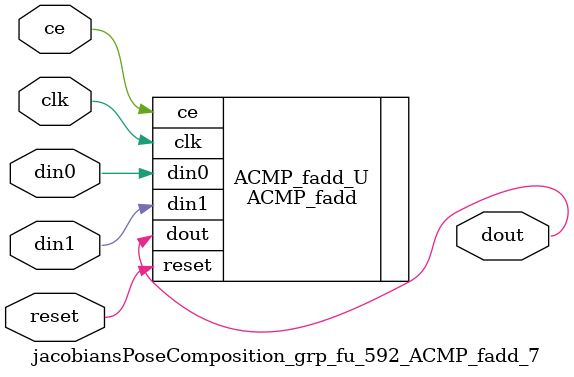
<source format=v>

`timescale 1 ns / 1 ps
module jacobiansPoseComposition_grp_fu_592_ACMP_fadd_7(
    clk,
    reset,
    ce,
    din0,
    din1,
    dout);

parameter ID = 32'd1;
parameter NUM_STAGE = 32'd1;
parameter din0_WIDTH = 32'd1;
parameter din1_WIDTH = 32'd1;
parameter dout_WIDTH = 32'd1;
input clk;
input reset;
input ce;
input[din0_WIDTH - 1:0] din0;
input[din1_WIDTH - 1:0] din1;
output[dout_WIDTH - 1:0] dout;



ACMP_fadd #(
.ID( ID ),
.NUM_STAGE( 4 ),
.din0_WIDTH( din0_WIDTH ),
.din1_WIDTH( din1_WIDTH ),
.dout_WIDTH( dout_WIDTH ))
ACMP_fadd_U(
    .clk( clk ),
    .reset( reset ),
    .ce( ce ),
    .din0( din0 ),
    .din1( din1 ),
    .dout( dout ));

endmodule

</source>
